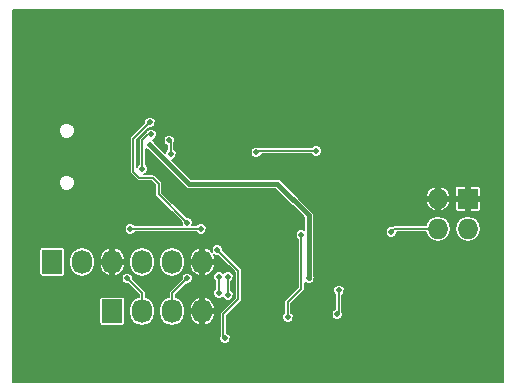
<source format=gbl>
G04 #@! TF.FileFunction,Copper,L2,Bot,Signal*
%FSLAX46Y46*%
G04 Gerber Fmt 4.6, Leading zero omitted, Abs format (unit mm)*
G04 Created by KiCad (PCBNEW (after 2015-mar-04 BZR unknown)-product) date Sat 21 Nov 2015 03:19:33 PM EST*
%MOMM*%
G01*
G04 APERTURE LIST*
%ADD10C,0.150000*%
%ADD11R,1.727200X2.032000*%
%ADD12O,1.727200X2.032000*%
%ADD13R,1.727200X1.727200*%
%ADD14O,1.727200X1.727200*%
%ADD15C,0.508000*%
%ADD16C,0.300000*%
%ADD17C,0.400000*%
%ADD18C,0.152400*%
G04 APERTURE END LIST*
D10*
D11*
X148590000Y-99568000D03*
D12*
X151130000Y-99568000D03*
X153670000Y-99568000D03*
X156210000Y-99568000D03*
X158750000Y-99568000D03*
X161290000Y-99568000D03*
D11*
X153670000Y-103759000D03*
D12*
X156210000Y-103759000D03*
X158750000Y-103759000D03*
X161290000Y-103759000D03*
D13*
X183769000Y-94234000D03*
D14*
X183769000Y-96774000D03*
X181229000Y-94234000D03*
X181229000Y-96774000D03*
D15*
X154432000Y-92329000D03*
X154432000Y-92964000D03*
X154432000Y-91694000D03*
X156591000Y-82550000D03*
X151638000Y-83693000D03*
X157988000Y-80010000D03*
X163576000Y-82677000D03*
X162560000Y-86995000D03*
X156845000Y-93218000D03*
X158496000Y-93218000D03*
X167894000Y-89662000D03*
X173609000Y-90678000D03*
X175006000Y-96647000D03*
X174244000Y-98806000D03*
X166116000Y-97917000D03*
X167005000Y-92329000D03*
X170180000Y-106553000D03*
X168529000Y-105537000D03*
X165474500Y-104790000D03*
X166249500Y-106030000D03*
X178943000Y-102134000D03*
X178943000Y-102844000D03*
X175133000Y-104902000D03*
X178943000Y-104394000D03*
X171069000Y-85725000D03*
X159512000Y-85852000D03*
X158750000Y-92583000D03*
X156845000Y-89662000D03*
X170307000Y-100965000D03*
X155194000Y-96774000D03*
X161163000Y-96774000D03*
X165862000Y-90297000D03*
X170942000Y-90170000D03*
X177292000Y-97028000D03*
X172720000Y-104013000D03*
X172847000Y-101981000D03*
X154940000Y-100965000D03*
X156210000Y-91694000D03*
X156972000Y-88773000D03*
X160020000Y-100965000D03*
X160020000Y-96266000D03*
X156845000Y-87757000D03*
X158496000Y-89281000D03*
X158623000Y-90424000D03*
X169672000Y-97282000D03*
X168529000Y-104267000D03*
X163195000Y-106045000D03*
X162560000Y-98552000D03*
X162687000Y-102235000D03*
X162687000Y-100838000D03*
X163449000Y-100838000D03*
X163449000Y-102362000D03*
D16*
X165481000Y-104783500D02*
X165474500Y-104790000D01*
X165481000Y-104775000D02*
X165481000Y-104783500D01*
X166243000Y-106036500D02*
X166249500Y-106030000D01*
X166243000Y-106045000D02*
X166243000Y-106036500D01*
X178943000Y-102134000D02*
X178943000Y-102108000D01*
X178943000Y-102844000D02*
X178943000Y-102870000D01*
D17*
X156845000Y-89662000D02*
X160147000Y-92964000D01*
X160147000Y-92964000D02*
X167640000Y-92964000D01*
X167640000Y-92964000D02*
X170307000Y-95631000D01*
X170307000Y-95631000D02*
X170307000Y-100965000D01*
D18*
X155194000Y-96774000D02*
X161163000Y-96774000D01*
X165862000Y-90297000D02*
X165989000Y-90170000D01*
X165989000Y-90170000D02*
X170942000Y-90170000D01*
X177292000Y-97028000D02*
X177546000Y-96774000D01*
X177546000Y-96774000D02*
X181229000Y-96774000D01*
X172720000Y-104013000D02*
X172847000Y-103886000D01*
X172847000Y-103886000D02*
X172847000Y-101981000D01*
X156210000Y-102235000D02*
X154940000Y-100965000D01*
X156210000Y-91694000D02*
X156210000Y-90043000D01*
X156210000Y-90043000D02*
X156210000Y-89662000D01*
X156210000Y-89662000D02*
X156210000Y-89281000D01*
X156210000Y-89281000D02*
X156718000Y-88773000D01*
X156718000Y-88773000D02*
X156972000Y-88773000D01*
X156210000Y-103759000D02*
X156210000Y-102235000D01*
X158750000Y-102235000D02*
X160020000Y-100965000D01*
X160020000Y-96266000D02*
X157607000Y-93853000D01*
X157607000Y-93853000D02*
X157607000Y-92964000D01*
X157607000Y-92964000D02*
X157099000Y-92456000D01*
X157099000Y-92456000D02*
X155956000Y-92456000D01*
X155956000Y-92456000D02*
X155448000Y-91948000D01*
X155448000Y-91948000D02*
X155448000Y-89154000D01*
X155448000Y-89154000D02*
X156845000Y-87757000D01*
X158496000Y-89281000D02*
X158623000Y-89408000D01*
X158623000Y-89408000D02*
X158623000Y-90424000D01*
X158750000Y-103759000D02*
X158750000Y-102235000D01*
X169672000Y-97282000D02*
X169672000Y-101854000D01*
X169672000Y-101854000D02*
X168529000Y-102997000D01*
X168529000Y-102997000D02*
X168529000Y-104267000D01*
X163195000Y-106045000D02*
X163068000Y-105918000D01*
X163068000Y-105918000D02*
X163068000Y-104013000D01*
X163068000Y-104013000D02*
X164338000Y-102743000D01*
X164338000Y-102743000D02*
X164338000Y-100330000D01*
X164338000Y-100330000D02*
X162560000Y-98552000D01*
X162687000Y-102235000D02*
X162687000Y-100838000D01*
X163449000Y-100838000D02*
X163449000Y-102362000D01*
G36*
X186721400Y-109721400D02*
X184861200Y-109721400D01*
X184861200Y-96795397D01*
X184861200Y-96752603D01*
X184861200Y-95143071D01*
X184861200Y-94468950D01*
X184861200Y-93999050D01*
X184861200Y-93324929D01*
X184826398Y-93240909D01*
X184762092Y-93176603D01*
X184678072Y-93141800D01*
X184587129Y-93141800D01*
X184003950Y-93141800D01*
X183946800Y-93198950D01*
X183946800Y-94056200D01*
X184804050Y-94056200D01*
X184861200Y-93999050D01*
X184861200Y-94468950D01*
X184804050Y-94411800D01*
X183946800Y-94411800D01*
X183946800Y-95269050D01*
X184003950Y-95326200D01*
X184587129Y-95326200D01*
X184678072Y-95326200D01*
X184762092Y-95291397D01*
X184826398Y-95227091D01*
X184861200Y-95143071D01*
X184861200Y-96752603D01*
X184778061Y-96334636D01*
X184541302Y-95980301D01*
X184186967Y-95743542D01*
X183769000Y-95660403D01*
X183591200Y-95695769D01*
X183591200Y-95269050D01*
X183591200Y-94411800D01*
X183591200Y-94056200D01*
X183591200Y-93198950D01*
X183534050Y-93141800D01*
X182950871Y-93141800D01*
X182859928Y-93141800D01*
X182775908Y-93176603D01*
X182711602Y-93240909D01*
X182676800Y-93324929D01*
X182676800Y-93999050D01*
X182733950Y-94056200D01*
X183591200Y-94056200D01*
X183591200Y-94411800D01*
X182733950Y-94411800D01*
X182676800Y-94468950D01*
X182676800Y-95143071D01*
X182711602Y-95227091D01*
X182775908Y-95291397D01*
X182859928Y-95326200D01*
X182950871Y-95326200D01*
X183534050Y-95326200D01*
X183591200Y-95269050D01*
X183591200Y-95695769D01*
X183351033Y-95743542D01*
X182996698Y-95980301D01*
X182759939Y-96334636D01*
X182676800Y-96752603D01*
X182676800Y-96795397D01*
X182759939Y-97213364D01*
X182996698Y-97567699D01*
X183351033Y-97804458D01*
X183769000Y-97887597D01*
X184186967Y-97804458D01*
X184541302Y-97567699D01*
X184778061Y-97213364D01*
X184861200Y-96795397D01*
X184861200Y-109721400D01*
X182321200Y-109721400D01*
X182321200Y-96795397D01*
X182321200Y-96752603D01*
X182265567Y-96472917D01*
X182265567Y-94578192D01*
X182265567Y-93889808D01*
X182054946Y-93519331D01*
X181718583Y-93257656D01*
X181573190Y-93197450D01*
X181406800Y-93214336D01*
X181406800Y-94056200D01*
X182249499Y-94056200D01*
X182265567Y-93889808D01*
X182265567Y-94578192D01*
X182249499Y-94411800D01*
X181406800Y-94411800D01*
X181406800Y-95253664D01*
X181573190Y-95270550D01*
X181718583Y-95210344D01*
X182054946Y-94948669D01*
X182265567Y-94578192D01*
X182265567Y-96472917D01*
X182238061Y-96334636D01*
X182001302Y-95980301D01*
X181646967Y-95743542D01*
X181229000Y-95660403D01*
X181051200Y-95695769D01*
X181051200Y-95253664D01*
X181051200Y-94411800D01*
X181051200Y-94056200D01*
X181051200Y-93214336D01*
X180884810Y-93197450D01*
X180739417Y-93257656D01*
X180403054Y-93519331D01*
X180192433Y-93889808D01*
X180208501Y-94056200D01*
X181051200Y-94056200D01*
X181051200Y-94411800D01*
X180208501Y-94411800D01*
X180192433Y-94578192D01*
X180403054Y-94948669D01*
X180739417Y-95210344D01*
X180884810Y-95270550D01*
X181051200Y-95253664D01*
X181051200Y-95695769D01*
X180811033Y-95743542D01*
X180456698Y-95980301D01*
X180219939Y-96334636D01*
X180193172Y-96469200D01*
X177546000Y-96469200D01*
X177429358Y-96492402D01*
X177349965Y-96545450D01*
X177196426Y-96545316D01*
X177018986Y-96618633D01*
X176883110Y-96754272D01*
X176809484Y-96931584D01*
X176809316Y-97123574D01*
X176882633Y-97301014D01*
X177018272Y-97436890D01*
X177195584Y-97510516D01*
X177387574Y-97510684D01*
X177565014Y-97437367D01*
X177700890Y-97301728D01*
X177774516Y-97124416D01*
X177774555Y-97078800D01*
X180193172Y-97078800D01*
X180219939Y-97213364D01*
X180456698Y-97567699D01*
X180811033Y-97804458D01*
X181229000Y-97887597D01*
X181646967Y-97804458D01*
X182001302Y-97567699D01*
X182238061Y-97213364D01*
X182321200Y-96795397D01*
X182321200Y-109721400D01*
X173329684Y-109721400D01*
X173329684Y-101885426D01*
X173256367Y-101707986D01*
X173120728Y-101572110D01*
X172943416Y-101498484D01*
X172751426Y-101498316D01*
X172573986Y-101571633D01*
X172438110Y-101707272D01*
X172364484Y-101884584D01*
X172364316Y-102076574D01*
X172437633Y-102254014D01*
X172542200Y-102358763D01*
X172542200Y-103564291D01*
X172446986Y-103603633D01*
X172311110Y-103739272D01*
X172237484Y-103916584D01*
X172237316Y-104108574D01*
X172310633Y-104286014D01*
X172446272Y-104421890D01*
X172623584Y-104495516D01*
X172815574Y-104495684D01*
X172993014Y-104422367D01*
X173128890Y-104286728D01*
X173202516Y-104109416D01*
X173202684Y-103917426D01*
X173151800Y-103794277D01*
X173151800Y-102358636D01*
X173255890Y-102254728D01*
X173329516Y-102077416D01*
X173329684Y-101885426D01*
X173329684Y-109721400D01*
X171424684Y-109721400D01*
X171424684Y-90074426D01*
X171351367Y-89896986D01*
X171215728Y-89761110D01*
X171038416Y-89687484D01*
X170846426Y-89687316D01*
X170668986Y-89760633D01*
X170564236Y-89865200D01*
X166080554Y-89865200D01*
X165958416Y-89814484D01*
X165766426Y-89814316D01*
X165588986Y-89887633D01*
X165453110Y-90023272D01*
X165379484Y-90200584D01*
X165379316Y-90392574D01*
X165452633Y-90570014D01*
X165588272Y-90705890D01*
X165765584Y-90779516D01*
X165957574Y-90779684D01*
X166135014Y-90706367D01*
X166270890Y-90570728D01*
X166310722Y-90474800D01*
X170564363Y-90474800D01*
X170668272Y-90578890D01*
X170845584Y-90652516D01*
X171037574Y-90652684D01*
X171215014Y-90579367D01*
X171350890Y-90443728D01*
X171424516Y-90266416D01*
X171424684Y-90074426D01*
X171424684Y-109721400D01*
X170789684Y-109721400D01*
X170789684Y-100869426D01*
X170735600Y-100738533D01*
X170735600Y-95631000D01*
X170702975Y-95466982D01*
X170610066Y-95327934D01*
X167943066Y-92660934D01*
X167804018Y-92568025D01*
X167640000Y-92535400D01*
X160324532Y-92535400D01*
X158695796Y-90906664D01*
X158718574Y-90906684D01*
X158896014Y-90833367D01*
X159031890Y-90697728D01*
X159105516Y-90520416D01*
X159105684Y-90328426D01*
X159032367Y-90150986D01*
X158927800Y-90046236D01*
X158927800Y-89499554D01*
X158978516Y-89377416D01*
X158978684Y-89185426D01*
X158905367Y-89007986D01*
X158769728Y-88872110D01*
X158592416Y-88798484D01*
X158400426Y-88798316D01*
X158222986Y-88871633D01*
X158087110Y-89007272D01*
X158013484Y-89184584D01*
X158013316Y-89376574D01*
X158086633Y-89554014D01*
X158222272Y-89689890D01*
X158318200Y-89729722D01*
X158318200Y-90046363D01*
X158214110Y-90150272D01*
X158140484Y-90327584D01*
X158140463Y-90351331D01*
X157308056Y-89518924D01*
X157254367Y-89388986D01*
X157118728Y-89253110D01*
X157096321Y-89243805D01*
X157245014Y-89182367D01*
X157380890Y-89046728D01*
X157454516Y-88869416D01*
X157454684Y-88677426D01*
X157381367Y-88499986D01*
X157245728Y-88364110D01*
X157068416Y-88290484D01*
X156876426Y-88290316D01*
X156698986Y-88363633D01*
X156563110Y-88499272D01*
X156552945Y-88523749D01*
X156502474Y-88557474D01*
X155994474Y-89065474D01*
X155928402Y-89164358D01*
X155905200Y-89281000D01*
X155905200Y-89662000D01*
X155905200Y-90043000D01*
X155905200Y-91316363D01*
X155801110Y-91420272D01*
X155752800Y-91536615D01*
X155752800Y-89280252D01*
X156793496Y-88239555D01*
X156940574Y-88239684D01*
X157118014Y-88166367D01*
X157253890Y-88030728D01*
X157327516Y-87853416D01*
X157327684Y-87661426D01*
X157254367Y-87483986D01*
X157118728Y-87348110D01*
X156941416Y-87274484D01*
X156749426Y-87274316D01*
X156571986Y-87347633D01*
X156436110Y-87483272D01*
X156362484Y-87660584D01*
X156362354Y-87808593D01*
X155232474Y-88938474D01*
X155166402Y-89037358D01*
X155143200Y-89154000D01*
X155143200Y-91948000D01*
X155166402Y-92064642D01*
X155232474Y-92163526D01*
X155740474Y-92671526D01*
X155839358Y-92737598D01*
X155956000Y-92760800D01*
X156972748Y-92760800D01*
X157302200Y-93090252D01*
X157302200Y-93853000D01*
X157325402Y-93969642D01*
X157391474Y-94068526D01*
X159537444Y-96214496D01*
X159537316Y-96361574D01*
X159581786Y-96469200D01*
X155571636Y-96469200D01*
X155467728Y-96365110D01*
X155290416Y-96291484D01*
X155098426Y-96291316D01*
X154920986Y-96364633D01*
X154785110Y-96500272D01*
X154711484Y-96677584D01*
X154711316Y-96869574D01*
X154784633Y-97047014D01*
X154920272Y-97182890D01*
X155097584Y-97256516D01*
X155289574Y-97256684D01*
X155467014Y-97183367D01*
X155571763Y-97078800D01*
X160785363Y-97078800D01*
X160889272Y-97182890D01*
X161066584Y-97256516D01*
X161258574Y-97256684D01*
X161436014Y-97183367D01*
X161571890Y-97047728D01*
X161645516Y-96870416D01*
X161645684Y-96678426D01*
X161572367Y-96500986D01*
X161436728Y-96365110D01*
X161259416Y-96291484D01*
X161067426Y-96291316D01*
X160889986Y-96364633D01*
X160785236Y-96469200D01*
X160458175Y-96469200D01*
X160502516Y-96362416D01*
X160502684Y-96170426D01*
X160429367Y-95992986D01*
X160293728Y-95857110D01*
X160116416Y-95783484D01*
X159968406Y-95783354D01*
X157911800Y-93726748D01*
X157911800Y-92964000D01*
X157888598Y-92847358D01*
X157822526Y-92748474D01*
X157314526Y-92240474D01*
X157215642Y-92174402D01*
X157099000Y-92151200D01*
X156367249Y-92151200D01*
X156483014Y-92103367D01*
X156618890Y-91967728D01*
X156692516Y-91790416D01*
X156692684Y-91598426D01*
X156619367Y-91420986D01*
X156514800Y-91316236D01*
X156514800Y-90043000D01*
X156514800Y-90014319D01*
X156571272Y-90070890D01*
X156702069Y-90125201D01*
X159843934Y-93267066D01*
X159982982Y-93359975D01*
X160147000Y-93392600D01*
X167462467Y-93392600D01*
X169878400Y-95808532D01*
X169878400Y-96845153D01*
X169768416Y-96799484D01*
X169576426Y-96799316D01*
X169398986Y-96872633D01*
X169263110Y-97008272D01*
X169189484Y-97185584D01*
X169189316Y-97377574D01*
X169262633Y-97555014D01*
X169367200Y-97659763D01*
X169367200Y-101727748D01*
X168313474Y-102781474D01*
X168247402Y-102880358D01*
X168224200Y-102997000D01*
X168224200Y-103889363D01*
X168120110Y-103993272D01*
X168046484Y-104170584D01*
X168046316Y-104362574D01*
X168119633Y-104540014D01*
X168255272Y-104675890D01*
X168432584Y-104749516D01*
X168624574Y-104749684D01*
X168802014Y-104676367D01*
X168937890Y-104540728D01*
X169011516Y-104363416D01*
X169011684Y-104171426D01*
X168938367Y-103993986D01*
X168833800Y-103889236D01*
X168833800Y-103123252D01*
X169887526Y-102069526D01*
X169953598Y-101970642D01*
X169976800Y-101854000D01*
X169976800Y-101317319D01*
X170033272Y-101373890D01*
X170210584Y-101447516D01*
X170402574Y-101447684D01*
X170580014Y-101374367D01*
X170715890Y-101238728D01*
X170789516Y-101061416D01*
X170789684Y-100869426D01*
X170789684Y-109721400D01*
X164642800Y-109721400D01*
X164642800Y-102743000D01*
X164642800Y-100330000D01*
X164619598Y-100213359D01*
X164619598Y-100213358D01*
X164553526Y-100114474D01*
X163042555Y-98603503D01*
X163042684Y-98456426D01*
X162969367Y-98278986D01*
X162833728Y-98143110D01*
X162656416Y-98069484D01*
X162464426Y-98069316D01*
X162286986Y-98142633D01*
X162151110Y-98278272D01*
X162077484Y-98455584D01*
X162077316Y-98647574D01*
X162108797Y-98723765D01*
X161910214Y-98518734D01*
X161634190Y-98379050D01*
X161467800Y-98395936D01*
X161467800Y-99390200D01*
X162322983Y-99390200D01*
X162362738Y-99219978D01*
X162243145Y-98917688D01*
X162286272Y-98960890D01*
X162463584Y-99034516D01*
X162611593Y-99034645D01*
X164033200Y-100456252D01*
X164033200Y-102616748D01*
X163931684Y-102718264D01*
X163931684Y-102266426D01*
X163858367Y-102088986D01*
X163753800Y-101984236D01*
X163753800Y-101215636D01*
X163857890Y-101111728D01*
X163931516Y-100934416D01*
X163931684Y-100742426D01*
X163858367Y-100564986D01*
X163722728Y-100429110D01*
X163545416Y-100355484D01*
X163353426Y-100355316D01*
X163175986Y-100428633D01*
X163067930Y-100536499D01*
X162960728Y-100429110D01*
X162783416Y-100355484D01*
X162591426Y-100355316D01*
X162413986Y-100428633D01*
X162362738Y-100479791D01*
X162362738Y-99916022D01*
X162322983Y-99745800D01*
X161467800Y-99745800D01*
X161467800Y-100740064D01*
X161634190Y-100756950D01*
X161910214Y-100617266D01*
X162206219Y-100311650D01*
X162362738Y-99916022D01*
X162362738Y-100479791D01*
X162278110Y-100564272D01*
X162204484Y-100741584D01*
X162204316Y-100933574D01*
X162277633Y-101111014D01*
X162382200Y-101215763D01*
X162382200Y-101857363D01*
X162278110Y-101961272D01*
X162204484Y-102138584D01*
X162204316Y-102330574D01*
X162277633Y-102508014D01*
X162413272Y-102643890D01*
X162590584Y-102717516D01*
X162782574Y-102717684D01*
X162960014Y-102644367D01*
X163019118Y-102585365D01*
X163039633Y-102635014D01*
X163175272Y-102770890D01*
X163352584Y-102844516D01*
X163544574Y-102844684D01*
X163722014Y-102771367D01*
X163857890Y-102635728D01*
X163931516Y-102458416D01*
X163931684Y-102266426D01*
X163931684Y-102718264D01*
X162852474Y-103797474D01*
X162786402Y-103896358D01*
X162763200Y-104013000D01*
X162763200Y-105826445D01*
X162712484Y-105948584D01*
X162712316Y-106140574D01*
X162785633Y-106318014D01*
X162921272Y-106453890D01*
X163098584Y-106527516D01*
X163290574Y-106527684D01*
X163468014Y-106454367D01*
X163603890Y-106318728D01*
X163677516Y-106141416D01*
X163677684Y-105949426D01*
X163604367Y-105771986D01*
X163468728Y-105636110D01*
X163372800Y-105596277D01*
X163372800Y-104139252D01*
X164553526Y-102958526D01*
X164619598Y-102859642D01*
X164642800Y-102743000D01*
X164642800Y-109721400D01*
X162362738Y-109721400D01*
X162362738Y-104107022D01*
X162362738Y-103410978D01*
X162206219Y-103015350D01*
X161910214Y-102709734D01*
X161634190Y-102570050D01*
X161467800Y-102586936D01*
X161467800Y-103581200D01*
X162322983Y-103581200D01*
X162362738Y-103410978D01*
X162362738Y-104107022D01*
X162322983Y-103936800D01*
X161467800Y-103936800D01*
X161467800Y-104931064D01*
X161634190Y-104947950D01*
X161910214Y-104808266D01*
X162206219Y-104502650D01*
X162362738Y-104107022D01*
X162362738Y-109721400D01*
X161112200Y-109721400D01*
X161112200Y-104931064D01*
X161112200Y-103936800D01*
X161112200Y-103581200D01*
X161112200Y-102586936D01*
X161112200Y-100740064D01*
X161112200Y-99745800D01*
X161112200Y-99390200D01*
X161112200Y-98395936D01*
X160945810Y-98379050D01*
X160669786Y-98518734D01*
X160373781Y-98824350D01*
X160217262Y-99219978D01*
X160257017Y-99390200D01*
X161112200Y-99390200D01*
X161112200Y-99745800D01*
X160257017Y-99745800D01*
X160217262Y-99916022D01*
X160373781Y-100311650D01*
X160669786Y-100617266D01*
X160945810Y-100756950D01*
X161112200Y-100740064D01*
X161112200Y-102586936D01*
X160945810Y-102570050D01*
X160669786Y-102709734D01*
X160502684Y-102882261D01*
X160502684Y-100869426D01*
X160429367Y-100691986D01*
X160293728Y-100556110D01*
X160116416Y-100482484D01*
X159924426Y-100482316D01*
X159842200Y-100516291D01*
X159842200Y-99744783D01*
X159842200Y-99391217D01*
X159759061Y-98973250D01*
X159522302Y-98618915D01*
X159167967Y-98382156D01*
X158750000Y-98299017D01*
X158332033Y-98382156D01*
X157977698Y-98618915D01*
X157740939Y-98973250D01*
X157657800Y-99391217D01*
X157657800Y-99744783D01*
X157740939Y-100162750D01*
X157977698Y-100517085D01*
X158332033Y-100753844D01*
X158750000Y-100836983D01*
X159167967Y-100753844D01*
X159522302Y-100517085D01*
X159759061Y-100162750D01*
X159842200Y-99744783D01*
X159842200Y-100516291D01*
X159746986Y-100555633D01*
X159611110Y-100691272D01*
X159537484Y-100868584D01*
X159537354Y-101016593D01*
X158534474Y-102019474D01*
X158468402Y-102118358D01*
X158445200Y-102235000D01*
X158445200Y-102550645D01*
X158332033Y-102573156D01*
X157977698Y-102809915D01*
X157740939Y-103164250D01*
X157657800Y-103582217D01*
X157657800Y-103935783D01*
X157740939Y-104353750D01*
X157977698Y-104708085D01*
X158332033Y-104944844D01*
X158750000Y-105027983D01*
X159167967Y-104944844D01*
X159522302Y-104708085D01*
X159759061Y-104353750D01*
X159842200Y-103935783D01*
X159842200Y-103582217D01*
X159759061Y-103164250D01*
X159522302Y-102809915D01*
X159167967Y-102573156D01*
X159054800Y-102550645D01*
X159054800Y-102361252D01*
X159968496Y-101447555D01*
X160115574Y-101447684D01*
X160293014Y-101374367D01*
X160428890Y-101238728D01*
X160502516Y-101061416D01*
X160502684Y-100869426D01*
X160502684Y-102882261D01*
X160373781Y-103015350D01*
X160217262Y-103410978D01*
X160257017Y-103581200D01*
X161112200Y-103581200D01*
X161112200Y-103936800D01*
X160257017Y-103936800D01*
X160217262Y-104107022D01*
X160373781Y-104502650D01*
X160669786Y-104808266D01*
X160945810Y-104947950D01*
X161112200Y-104931064D01*
X161112200Y-109721400D01*
X157302200Y-109721400D01*
X157302200Y-103935783D01*
X157302200Y-103582217D01*
X157302200Y-99744783D01*
X157302200Y-99391217D01*
X157219061Y-98973250D01*
X156982302Y-98618915D01*
X156627967Y-98382156D01*
X156210000Y-98299017D01*
X155792033Y-98382156D01*
X155437698Y-98618915D01*
X155200939Y-98973250D01*
X155117800Y-99391217D01*
X155117800Y-99744783D01*
X155200939Y-100162750D01*
X155437698Y-100517085D01*
X155792033Y-100753844D01*
X156210000Y-100836983D01*
X156627967Y-100753844D01*
X156982302Y-100517085D01*
X157219061Y-100162750D01*
X157302200Y-99744783D01*
X157302200Y-103582217D01*
X157219061Y-103164250D01*
X156982302Y-102809915D01*
X156627967Y-102573156D01*
X156514800Y-102550645D01*
X156514800Y-102235000D01*
X156491598Y-102118358D01*
X156425526Y-102019474D01*
X155422555Y-101016503D01*
X155422684Y-100869426D01*
X155349367Y-100691986D01*
X155213728Y-100556110D01*
X155036416Y-100482484D01*
X154844426Y-100482316D01*
X154742738Y-100524332D01*
X154742738Y-99916022D01*
X154742738Y-99219978D01*
X154586219Y-98824350D01*
X154290214Y-98518734D01*
X154014190Y-98379050D01*
X153847800Y-98395936D01*
X153847800Y-99390200D01*
X154702983Y-99390200D01*
X154742738Y-99219978D01*
X154742738Y-99916022D01*
X154702983Y-99745800D01*
X153847800Y-99745800D01*
X153847800Y-100740064D01*
X154014190Y-100756950D01*
X154290214Y-100617266D01*
X154586219Y-100311650D01*
X154742738Y-99916022D01*
X154742738Y-100524332D01*
X154666986Y-100555633D01*
X154531110Y-100691272D01*
X154457484Y-100868584D01*
X154457316Y-101060574D01*
X154530633Y-101238014D01*
X154666272Y-101373890D01*
X154843584Y-101447516D01*
X154991593Y-101447645D01*
X155905200Y-102361252D01*
X155905200Y-102550645D01*
X155792033Y-102573156D01*
X155437698Y-102809915D01*
X155200939Y-103164250D01*
X155117800Y-103582217D01*
X155117800Y-103935783D01*
X155200939Y-104353750D01*
X155437698Y-104708085D01*
X155792033Y-104944844D01*
X156210000Y-105027983D01*
X156627967Y-104944844D01*
X156982302Y-104708085D01*
X157219061Y-104353750D01*
X157302200Y-103935783D01*
X157302200Y-109721400D01*
X154766679Y-109721400D01*
X154766679Y-104775000D01*
X154766679Y-102743000D01*
X154749767Y-102655836D01*
X154699442Y-102579226D01*
X154623471Y-102527944D01*
X154533600Y-102509921D01*
X153492200Y-102509921D01*
X153492200Y-100740064D01*
X153492200Y-99745800D01*
X153492200Y-99390200D01*
X153492200Y-98395936D01*
X153325810Y-98379050D01*
X153049786Y-98518734D01*
X152753781Y-98824350D01*
X152597262Y-99219978D01*
X152637017Y-99390200D01*
X153492200Y-99390200D01*
X153492200Y-99745800D01*
X152637017Y-99745800D01*
X152597262Y-99916022D01*
X152753781Y-100311650D01*
X153049786Y-100617266D01*
X153325810Y-100756950D01*
X153492200Y-100740064D01*
X153492200Y-102509921D01*
X152806400Y-102509921D01*
X152719236Y-102526833D01*
X152642626Y-102577158D01*
X152591344Y-102653129D01*
X152573321Y-102743000D01*
X152573321Y-104775000D01*
X152590233Y-104862164D01*
X152640558Y-104938774D01*
X152716529Y-104990056D01*
X152806400Y-105008079D01*
X154533600Y-105008079D01*
X154620764Y-104991167D01*
X154697374Y-104940842D01*
X154748656Y-104864871D01*
X154766679Y-104775000D01*
X154766679Y-109721400D01*
X152222200Y-109721400D01*
X152222200Y-99744783D01*
X152222200Y-99391217D01*
X152139061Y-98973250D01*
X151902302Y-98618915D01*
X151547967Y-98382156D01*
X151130000Y-98299017D01*
X150712033Y-98382156D01*
X150500197Y-98523700D01*
X150500197Y-92743334D01*
X150500197Y-88344054D01*
X150397168Y-88094704D01*
X150206560Y-87903762D01*
X149957390Y-87800298D01*
X149687594Y-87800063D01*
X149438244Y-87903092D01*
X149247302Y-88093700D01*
X149143838Y-88342870D01*
X149143603Y-88612666D01*
X149246632Y-88862016D01*
X149437240Y-89052958D01*
X149686410Y-89156422D01*
X149956206Y-89156657D01*
X150205556Y-89053628D01*
X150396498Y-88863020D01*
X150499962Y-88613850D01*
X150500197Y-88344054D01*
X150500197Y-92743334D01*
X150397168Y-92493984D01*
X150206560Y-92303042D01*
X149957390Y-92199578D01*
X149687594Y-92199343D01*
X149438244Y-92302372D01*
X149247302Y-92492980D01*
X149143838Y-92742150D01*
X149143603Y-93011946D01*
X149246632Y-93261296D01*
X149437240Y-93452238D01*
X149686410Y-93555702D01*
X149956206Y-93555937D01*
X150205556Y-93452908D01*
X150396498Y-93262300D01*
X150499962Y-93013130D01*
X150500197Y-92743334D01*
X150500197Y-98523700D01*
X150357698Y-98618915D01*
X150120939Y-98973250D01*
X150037800Y-99391217D01*
X150037800Y-99744783D01*
X150120939Y-100162750D01*
X150357698Y-100517085D01*
X150712033Y-100753844D01*
X151130000Y-100836983D01*
X151547967Y-100753844D01*
X151902302Y-100517085D01*
X152139061Y-100162750D01*
X152222200Y-99744783D01*
X152222200Y-109721400D01*
X149686679Y-109721400D01*
X149686679Y-100584000D01*
X149686679Y-98552000D01*
X149669767Y-98464836D01*
X149619442Y-98388226D01*
X149543471Y-98336944D01*
X149453600Y-98318921D01*
X147726400Y-98318921D01*
X147639236Y-98335833D01*
X147562626Y-98386158D01*
X147511344Y-98462129D01*
X147493321Y-98552000D01*
X147493321Y-100584000D01*
X147510233Y-100671164D01*
X147560558Y-100747774D01*
X147636529Y-100799056D01*
X147726400Y-100817079D01*
X149453600Y-100817079D01*
X149540764Y-100800167D01*
X149617374Y-100749842D01*
X149668656Y-100673871D01*
X149686679Y-100584000D01*
X149686679Y-109721400D01*
X145278600Y-109721400D01*
X145278600Y-78278600D01*
X186721400Y-78278600D01*
X186721400Y-109721400D01*
X186721400Y-109721400D01*
G37*
X186721400Y-109721400D02*
X184861200Y-109721400D01*
X184861200Y-96795397D01*
X184861200Y-96752603D01*
X184861200Y-95143071D01*
X184861200Y-94468950D01*
X184861200Y-93999050D01*
X184861200Y-93324929D01*
X184826398Y-93240909D01*
X184762092Y-93176603D01*
X184678072Y-93141800D01*
X184587129Y-93141800D01*
X184003950Y-93141800D01*
X183946800Y-93198950D01*
X183946800Y-94056200D01*
X184804050Y-94056200D01*
X184861200Y-93999050D01*
X184861200Y-94468950D01*
X184804050Y-94411800D01*
X183946800Y-94411800D01*
X183946800Y-95269050D01*
X184003950Y-95326200D01*
X184587129Y-95326200D01*
X184678072Y-95326200D01*
X184762092Y-95291397D01*
X184826398Y-95227091D01*
X184861200Y-95143071D01*
X184861200Y-96752603D01*
X184778061Y-96334636D01*
X184541302Y-95980301D01*
X184186967Y-95743542D01*
X183769000Y-95660403D01*
X183591200Y-95695769D01*
X183591200Y-95269050D01*
X183591200Y-94411800D01*
X183591200Y-94056200D01*
X183591200Y-93198950D01*
X183534050Y-93141800D01*
X182950871Y-93141800D01*
X182859928Y-93141800D01*
X182775908Y-93176603D01*
X182711602Y-93240909D01*
X182676800Y-93324929D01*
X182676800Y-93999050D01*
X182733950Y-94056200D01*
X183591200Y-94056200D01*
X183591200Y-94411800D01*
X182733950Y-94411800D01*
X182676800Y-94468950D01*
X182676800Y-95143071D01*
X182711602Y-95227091D01*
X182775908Y-95291397D01*
X182859928Y-95326200D01*
X182950871Y-95326200D01*
X183534050Y-95326200D01*
X183591200Y-95269050D01*
X183591200Y-95695769D01*
X183351033Y-95743542D01*
X182996698Y-95980301D01*
X182759939Y-96334636D01*
X182676800Y-96752603D01*
X182676800Y-96795397D01*
X182759939Y-97213364D01*
X182996698Y-97567699D01*
X183351033Y-97804458D01*
X183769000Y-97887597D01*
X184186967Y-97804458D01*
X184541302Y-97567699D01*
X184778061Y-97213364D01*
X184861200Y-96795397D01*
X184861200Y-109721400D01*
X182321200Y-109721400D01*
X182321200Y-96795397D01*
X182321200Y-96752603D01*
X182265567Y-96472917D01*
X182265567Y-94578192D01*
X182265567Y-93889808D01*
X182054946Y-93519331D01*
X181718583Y-93257656D01*
X181573190Y-93197450D01*
X181406800Y-93214336D01*
X181406800Y-94056200D01*
X182249499Y-94056200D01*
X182265567Y-93889808D01*
X182265567Y-94578192D01*
X182249499Y-94411800D01*
X181406800Y-94411800D01*
X181406800Y-95253664D01*
X181573190Y-95270550D01*
X181718583Y-95210344D01*
X182054946Y-94948669D01*
X182265567Y-94578192D01*
X182265567Y-96472917D01*
X182238061Y-96334636D01*
X182001302Y-95980301D01*
X181646967Y-95743542D01*
X181229000Y-95660403D01*
X181051200Y-95695769D01*
X181051200Y-95253664D01*
X181051200Y-94411800D01*
X181051200Y-94056200D01*
X181051200Y-93214336D01*
X180884810Y-93197450D01*
X180739417Y-93257656D01*
X180403054Y-93519331D01*
X180192433Y-93889808D01*
X180208501Y-94056200D01*
X181051200Y-94056200D01*
X181051200Y-94411800D01*
X180208501Y-94411800D01*
X180192433Y-94578192D01*
X180403054Y-94948669D01*
X180739417Y-95210344D01*
X180884810Y-95270550D01*
X181051200Y-95253664D01*
X181051200Y-95695769D01*
X180811033Y-95743542D01*
X180456698Y-95980301D01*
X180219939Y-96334636D01*
X180193172Y-96469200D01*
X177546000Y-96469200D01*
X177429358Y-96492402D01*
X177349965Y-96545450D01*
X177196426Y-96545316D01*
X177018986Y-96618633D01*
X176883110Y-96754272D01*
X176809484Y-96931584D01*
X176809316Y-97123574D01*
X176882633Y-97301014D01*
X177018272Y-97436890D01*
X177195584Y-97510516D01*
X177387574Y-97510684D01*
X177565014Y-97437367D01*
X177700890Y-97301728D01*
X177774516Y-97124416D01*
X177774555Y-97078800D01*
X180193172Y-97078800D01*
X180219939Y-97213364D01*
X180456698Y-97567699D01*
X180811033Y-97804458D01*
X181229000Y-97887597D01*
X181646967Y-97804458D01*
X182001302Y-97567699D01*
X182238061Y-97213364D01*
X182321200Y-96795397D01*
X182321200Y-109721400D01*
X173329684Y-109721400D01*
X173329684Y-101885426D01*
X173256367Y-101707986D01*
X173120728Y-101572110D01*
X172943416Y-101498484D01*
X172751426Y-101498316D01*
X172573986Y-101571633D01*
X172438110Y-101707272D01*
X172364484Y-101884584D01*
X172364316Y-102076574D01*
X172437633Y-102254014D01*
X172542200Y-102358763D01*
X172542200Y-103564291D01*
X172446986Y-103603633D01*
X172311110Y-103739272D01*
X172237484Y-103916584D01*
X172237316Y-104108574D01*
X172310633Y-104286014D01*
X172446272Y-104421890D01*
X172623584Y-104495516D01*
X172815574Y-104495684D01*
X172993014Y-104422367D01*
X173128890Y-104286728D01*
X173202516Y-104109416D01*
X173202684Y-103917426D01*
X173151800Y-103794277D01*
X173151800Y-102358636D01*
X173255890Y-102254728D01*
X173329516Y-102077416D01*
X173329684Y-101885426D01*
X173329684Y-109721400D01*
X171424684Y-109721400D01*
X171424684Y-90074426D01*
X171351367Y-89896986D01*
X171215728Y-89761110D01*
X171038416Y-89687484D01*
X170846426Y-89687316D01*
X170668986Y-89760633D01*
X170564236Y-89865200D01*
X166080554Y-89865200D01*
X165958416Y-89814484D01*
X165766426Y-89814316D01*
X165588986Y-89887633D01*
X165453110Y-90023272D01*
X165379484Y-90200584D01*
X165379316Y-90392574D01*
X165452633Y-90570014D01*
X165588272Y-90705890D01*
X165765584Y-90779516D01*
X165957574Y-90779684D01*
X166135014Y-90706367D01*
X166270890Y-90570728D01*
X166310722Y-90474800D01*
X170564363Y-90474800D01*
X170668272Y-90578890D01*
X170845584Y-90652516D01*
X171037574Y-90652684D01*
X171215014Y-90579367D01*
X171350890Y-90443728D01*
X171424516Y-90266416D01*
X171424684Y-90074426D01*
X171424684Y-109721400D01*
X170789684Y-109721400D01*
X170789684Y-100869426D01*
X170735600Y-100738533D01*
X170735600Y-95631000D01*
X170702975Y-95466982D01*
X170610066Y-95327934D01*
X167943066Y-92660934D01*
X167804018Y-92568025D01*
X167640000Y-92535400D01*
X160324532Y-92535400D01*
X158695796Y-90906664D01*
X158718574Y-90906684D01*
X158896014Y-90833367D01*
X159031890Y-90697728D01*
X159105516Y-90520416D01*
X159105684Y-90328426D01*
X159032367Y-90150986D01*
X158927800Y-90046236D01*
X158927800Y-89499554D01*
X158978516Y-89377416D01*
X158978684Y-89185426D01*
X158905367Y-89007986D01*
X158769728Y-88872110D01*
X158592416Y-88798484D01*
X158400426Y-88798316D01*
X158222986Y-88871633D01*
X158087110Y-89007272D01*
X158013484Y-89184584D01*
X158013316Y-89376574D01*
X158086633Y-89554014D01*
X158222272Y-89689890D01*
X158318200Y-89729722D01*
X158318200Y-90046363D01*
X158214110Y-90150272D01*
X158140484Y-90327584D01*
X158140463Y-90351331D01*
X157308056Y-89518924D01*
X157254367Y-89388986D01*
X157118728Y-89253110D01*
X157096321Y-89243805D01*
X157245014Y-89182367D01*
X157380890Y-89046728D01*
X157454516Y-88869416D01*
X157454684Y-88677426D01*
X157381367Y-88499986D01*
X157245728Y-88364110D01*
X157068416Y-88290484D01*
X156876426Y-88290316D01*
X156698986Y-88363633D01*
X156563110Y-88499272D01*
X156552945Y-88523749D01*
X156502474Y-88557474D01*
X155994474Y-89065474D01*
X155928402Y-89164358D01*
X155905200Y-89281000D01*
X155905200Y-89662000D01*
X155905200Y-90043000D01*
X155905200Y-91316363D01*
X155801110Y-91420272D01*
X155752800Y-91536615D01*
X155752800Y-89280252D01*
X156793496Y-88239555D01*
X156940574Y-88239684D01*
X157118014Y-88166367D01*
X157253890Y-88030728D01*
X157327516Y-87853416D01*
X157327684Y-87661426D01*
X157254367Y-87483986D01*
X157118728Y-87348110D01*
X156941416Y-87274484D01*
X156749426Y-87274316D01*
X156571986Y-87347633D01*
X156436110Y-87483272D01*
X156362484Y-87660584D01*
X156362354Y-87808593D01*
X155232474Y-88938474D01*
X155166402Y-89037358D01*
X155143200Y-89154000D01*
X155143200Y-91948000D01*
X155166402Y-92064642D01*
X155232474Y-92163526D01*
X155740474Y-92671526D01*
X155839358Y-92737598D01*
X155956000Y-92760800D01*
X156972748Y-92760800D01*
X157302200Y-93090252D01*
X157302200Y-93853000D01*
X157325402Y-93969642D01*
X157391474Y-94068526D01*
X159537444Y-96214496D01*
X159537316Y-96361574D01*
X159581786Y-96469200D01*
X155571636Y-96469200D01*
X155467728Y-96365110D01*
X155290416Y-96291484D01*
X155098426Y-96291316D01*
X154920986Y-96364633D01*
X154785110Y-96500272D01*
X154711484Y-96677584D01*
X154711316Y-96869574D01*
X154784633Y-97047014D01*
X154920272Y-97182890D01*
X155097584Y-97256516D01*
X155289574Y-97256684D01*
X155467014Y-97183367D01*
X155571763Y-97078800D01*
X160785363Y-97078800D01*
X160889272Y-97182890D01*
X161066584Y-97256516D01*
X161258574Y-97256684D01*
X161436014Y-97183367D01*
X161571890Y-97047728D01*
X161645516Y-96870416D01*
X161645684Y-96678426D01*
X161572367Y-96500986D01*
X161436728Y-96365110D01*
X161259416Y-96291484D01*
X161067426Y-96291316D01*
X160889986Y-96364633D01*
X160785236Y-96469200D01*
X160458175Y-96469200D01*
X160502516Y-96362416D01*
X160502684Y-96170426D01*
X160429367Y-95992986D01*
X160293728Y-95857110D01*
X160116416Y-95783484D01*
X159968406Y-95783354D01*
X157911800Y-93726748D01*
X157911800Y-92964000D01*
X157888598Y-92847358D01*
X157822526Y-92748474D01*
X157314526Y-92240474D01*
X157215642Y-92174402D01*
X157099000Y-92151200D01*
X156367249Y-92151200D01*
X156483014Y-92103367D01*
X156618890Y-91967728D01*
X156692516Y-91790416D01*
X156692684Y-91598426D01*
X156619367Y-91420986D01*
X156514800Y-91316236D01*
X156514800Y-90043000D01*
X156514800Y-90014319D01*
X156571272Y-90070890D01*
X156702069Y-90125201D01*
X159843934Y-93267066D01*
X159982982Y-93359975D01*
X160147000Y-93392600D01*
X167462467Y-93392600D01*
X169878400Y-95808532D01*
X169878400Y-96845153D01*
X169768416Y-96799484D01*
X169576426Y-96799316D01*
X169398986Y-96872633D01*
X169263110Y-97008272D01*
X169189484Y-97185584D01*
X169189316Y-97377574D01*
X169262633Y-97555014D01*
X169367200Y-97659763D01*
X169367200Y-101727748D01*
X168313474Y-102781474D01*
X168247402Y-102880358D01*
X168224200Y-102997000D01*
X168224200Y-103889363D01*
X168120110Y-103993272D01*
X168046484Y-104170584D01*
X168046316Y-104362574D01*
X168119633Y-104540014D01*
X168255272Y-104675890D01*
X168432584Y-104749516D01*
X168624574Y-104749684D01*
X168802014Y-104676367D01*
X168937890Y-104540728D01*
X169011516Y-104363416D01*
X169011684Y-104171426D01*
X168938367Y-103993986D01*
X168833800Y-103889236D01*
X168833800Y-103123252D01*
X169887526Y-102069526D01*
X169953598Y-101970642D01*
X169976800Y-101854000D01*
X169976800Y-101317319D01*
X170033272Y-101373890D01*
X170210584Y-101447516D01*
X170402574Y-101447684D01*
X170580014Y-101374367D01*
X170715890Y-101238728D01*
X170789516Y-101061416D01*
X170789684Y-100869426D01*
X170789684Y-109721400D01*
X164642800Y-109721400D01*
X164642800Y-102743000D01*
X164642800Y-100330000D01*
X164619598Y-100213359D01*
X164619598Y-100213358D01*
X164553526Y-100114474D01*
X163042555Y-98603503D01*
X163042684Y-98456426D01*
X162969367Y-98278986D01*
X162833728Y-98143110D01*
X162656416Y-98069484D01*
X162464426Y-98069316D01*
X162286986Y-98142633D01*
X162151110Y-98278272D01*
X162077484Y-98455584D01*
X162077316Y-98647574D01*
X162108797Y-98723765D01*
X161910214Y-98518734D01*
X161634190Y-98379050D01*
X161467800Y-98395936D01*
X161467800Y-99390200D01*
X162322983Y-99390200D01*
X162362738Y-99219978D01*
X162243145Y-98917688D01*
X162286272Y-98960890D01*
X162463584Y-99034516D01*
X162611593Y-99034645D01*
X164033200Y-100456252D01*
X164033200Y-102616748D01*
X163931684Y-102718264D01*
X163931684Y-102266426D01*
X163858367Y-102088986D01*
X163753800Y-101984236D01*
X163753800Y-101215636D01*
X163857890Y-101111728D01*
X163931516Y-100934416D01*
X163931684Y-100742426D01*
X163858367Y-100564986D01*
X163722728Y-100429110D01*
X163545416Y-100355484D01*
X163353426Y-100355316D01*
X163175986Y-100428633D01*
X163067930Y-100536499D01*
X162960728Y-100429110D01*
X162783416Y-100355484D01*
X162591426Y-100355316D01*
X162413986Y-100428633D01*
X162362738Y-100479791D01*
X162362738Y-99916022D01*
X162322983Y-99745800D01*
X161467800Y-99745800D01*
X161467800Y-100740064D01*
X161634190Y-100756950D01*
X161910214Y-100617266D01*
X162206219Y-100311650D01*
X162362738Y-99916022D01*
X162362738Y-100479791D01*
X162278110Y-100564272D01*
X162204484Y-100741584D01*
X162204316Y-100933574D01*
X162277633Y-101111014D01*
X162382200Y-101215763D01*
X162382200Y-101857363D01*
X162278110Y-101961272D01*
X162204484Y-102138584D01*
X162204316Y-102330574D01*
X162277633Y-102508014D01*
X162413272Y-102643890D01*
X162590584Y-102717516D01*
X162782574Y-102717684D01*
X162960014Y-102644367D01*
X163019118Y-102585365D01*
X163039633Y-102635014D01*
X163175272Y-102770890D01*
X163352584Y-102844516D01*
X163544574Y-102844684D01*
X163722014Y-102771367D01*
X163857890Y-102635728D01*
X163931516Y-102458416D01*
X163931684Y-102266426D01*
X163931684Y-102718264D01*
X162852474Y-103797474D01*
X162786402Y-103896358D01*
X162763200Y-104013000D01*
X162763200Y-105826445D01*
X162712484Y-105948584D01*
X162712316Y-106140574D01*
X162785633Y-106318014D01*
X162921272Y-106453890D01*
X163098584Y-106527516D01*
X163290574Y-106527684D01*
X163468014Y-106454367D01*
X163603890Y-106318728D01*
X163677516Y-106141416D01*
X163677684Y-105949426D01*
X163604367Y-105771986D01*
X163468728Y-105636110D01*
X163372800Y-105596277D01*
X163372800Y-104139252D01*
X164553526Y-102958526D01*
X164619598Y-102859642D01*
X164642800Y-102743000D01*
X164642800Y-109721400D01*
X162362738Y-109721400D01*
X162362738Y-104107022D01*
X162362738Y-103410978D01*
X162206219Y-103015350D01*
X161910214Y-102709734D01*
X161634190Y-102570050D01*
X161467800Y-102586936D01*
X161467800Y-103581200D01*
X162322983Y-103581200D01*
X162362738Y-103410978D01*
X162362738Y-104107022D01*
X162322983Y-103936800D01*
X161467800Y-103936800D01*
X161467800Y-104931064D01*
X161634190Y-104947950D01*
X161910214Y-104808266D01*
X162206219Y-104502650D01*
X162362738Y-104107022D01*
X162362738Y-109721400D01*
X161112200Y-109721400D01*
X161112200Y-104931064D01*
X161112200Y-103936800D01*
X161112200Y-103581200D01*
X161112200Y-102586936D01*
X161112200Y-100740064D01*
X161112200Y-99745800D01*
X161112200Y-99390200D01*
X161112200Y-98395936D01*
X160945810Y-98379050D01*
X160669786Y-98518734D01*
X160373781Y-98824350D01*
X160217262Y-99219978D01*
X160257017Y-99390200D01*
X161112200Y-99390200D01*
X161112200Y-99745800D01*
X160257017Y-99745800D01*
X160217262Y-99916022D01*
X160373781Y-100311650D01*
X160669786Y-100617266D01*
X160945810Y-100756950D01*
X161112200Y-100740064D01*
X161112200Y-102586936D01*
X160945810Y-102570050D01*
X160669786Y-102709734D01*
X160502684Y-102882261D01*
X160502684Y-100869426D01*
X160429367Y-100691986D01*
X160293728Y-100556110D01*
X160116416Y-100482484D01*
X159924426Y-100482316D01*
X159842200Y-100516291D01*
X159842200Y-99744783D01*
X159842200Y-99391217D01*
X159759061Y-98973250D01*
X159522302Y-98618915D01*
X159167967Y-98382156D01*
X158750000Y-98299017D01*
X158332033Y-98382156D01*
X157977698Y-98618915D01*
X157740939Y-98973250D01*
X157657800Y-99391217D01*
X157657800Y-99744783D01*
X157740939Y-100162750D01*
X157977698Y-100517085D01*
X158332033Y-100753844D01*
X158750000Y-100836983D01*
X159167967Y-100753844D01*
X159522302Y-100517085D01*
X159759061Y-100162750D01*
X159842200Y-99744783D01*
X159842200Y-100516291D01*
X159746986Y-100555633D01*
X159611110Y-100691272D01*
X159537484Y-100868584D01*
X159537354Y-101016593D01*
X158534474Y-102019474D01*
X158468402Y-102118358D01*
X158445200Y-102235000D01*
X158445200Y-102550645D01*
X158332033Y-102573156D01*
X157977698Y-102809915D01*
X157740939Y-103164250D01*
X157657800Y-103582217D01*
X157657800Y-103935783D01*
X157740939Y-104353750D01*
X157977698Y-104708085D01*
X158332033Y-104944844D01*
X158750000Y-105027983D01*
X159167967Y-104944844D01*
X159522302Y-104708085D01*
X159759061Y-104353750D01*
X159842200Y-103935783D01*
X159842200Y-103582217D01*
X159759061Y-103164250D01*
X159522302Y-102809915D01*
X159167967Y-102573156D01*
X159054800Y-102550645D01*
X159054800Y-102361252D01*
X159968496Y-101447555D01*
X160115574Y-101447684D01*
X160293014Y-101374367D01*
X160428890Y-101238728D01*
X160502516Y-101061416D01*
X160502684Y-100869426D01*
X160502684Y-102882261D01*
X160373781Y-103015350D01*
X160217262Y-103410978D01*
X160257017Y-103581200D01*
X161112200Y-103581200D01*
X161112200Y-103936800D01*
X160257017Y-103936800D01*
X160217262Y-104107022D01*
X160373781Y-104502650D01*
X160669786Y-104808266D01*
X160945810Y-104947950D01*
X161112200Y-104931064D01*
X161112200Y-109721400D01*
X157302200Y-109721400D01*
X157302200Y-103935783D01*
X157302200Y-103582217D01*
X157302200Y-99744783D01*
X157302200Y-99391217D01*
X157219061Y-98973250D01*
X156982302Y-98618915D01*
X156627967Y-98382156D01*
X156210000Y-98299017D01*
X155792033Y-98382156D01*
X155437698Y-98618915D01*
X155200939Y-98973250D01*
X155117800Y-99391217D01*
X155117800Y-99744783D01*
X155200939Y-100162750D01*
X155437698Y-100517085D01*
X155792033Y-100753844D01*
X156210000Y-100836983D01*
X156627967Y-100753844D01*
X156982302Y-100517085D01*
X157219061Y-100162750D01*
X157302200Y-99744783D01*
X157302200Y-103582217D01*
X157219061Y-103164250D01*
X156982302Y-102809915D01*
X156627967Y-102573156D01*
X156514800Y-102550645D01*
X156514800Y-102235000D01*
X156491598Y-102118358D01*
X156425526Y-102019474D01*
X155422555Y-101016503D01*
X155422684Y-100869426D01*
X155349367Y-100691986D01*
X155213728Y-100556110D01*
X155036416Y-100482484D01*
X154844426Y-100482316D01*
X154742738Y-100524332D01*
X154742738Y-99916022D01*
X154742738Y-99219978D01*
X154586219Y-98824350D01*
X154290214Y-98518734D01*
X154014190Y-98379050D01*
X153847800Y-98395936D01*
X153847800Y-99390200D01*
X154702983Y-99390200D01*
X154742738Y-99219978D01*
X154742738Y-99916022D01*
X154702983Y-99745800D01*
X153847800Y-99745800D01*
X153847800Y-100740064D01*
X154014190Y-100756950D01*
X154290214Y-100617266D01*
X154586219Y-100311650D01*
X154742738Y-99916022D01*
X154742738Y-100524332D01*
X154666986Y-100555633D01*
X154531110Y-100691272D01*
X154457484Y-100868584D01*
X154457316Y-101060574D01*
X154530633Y-101238014D01*
X154666272Y-101373890D01*
X154843584Y-101447516D01*
X154991593Y-101447645D01*
X155905200Y-102361252D01*
X155905200Y-102550645D01*
X155792033Y-102573156D01*
X155437698Y-102809915D01*
X155200939Y-103164250D01*
X155117800Y-103582217D01*
X155117800Y-103935783D01*
X155200939Y-104353750D01*
X155437698Y-104708085D01*
X155792033Y-104944844D01*
X156210000Y-105027983D01*
X156627967Y-104944844D01*
X156982302Y-104708085D01*
X157219061Y-104353750D01*
X157302200Y-103935783D01*
X157302200Y-109721400D01*
X154766679Y-109721400D01*
X154766679Y-104775000D01*
X154766679Y-102743000D01*
X154749767Y-102655836D01*
X154699442Y-102579226D01*
X154623471Y-102527944D01*
X154533600Y-102509921D01*
X153492200Y-102509921D01*
X153492200Y-100740064D01*
X153492200Y-99745800D01*
X153492200Y-99390200D01*
X153492200Y-98395936D01*
X153325810Y-98379050D01*
X153049786Y-98518734D01*
X152753781Y-98824350D01*
X152597262Y-99219978D01*
X152637017Y-99390200D01*
X153492200Y-99390200D01*
X153492200Y-99745800D01*
X152637017Y-99745800D01*
X152597262Y-99916022D01*
X152753781Y-100311650D01*
X153049786Y-100617266D01*
X153325810Y-100756950D01*
X153492200Y-100740064D01*
X153492200Y-102509921D01*
X152806400Y-102509921D01*
X152719236Y-102526833D01*
X152642626Y-102577158D01*
X152591344Y-102653129D01*
X152573321Y-102743000D01*
X152573321Y-104775000D01*
X152590233Y-104862164D01*
X152640558Y-104938774D01*
X152716529Y-104990056D01*
X152806400Y-105008079D01*
X154533600Y-105008079D01*
X154620764Y-104991167D01*
X154697374Y-104940842D01*
X154748656Y-104864871D01*
X154766679Y-104775000D01*
X154766679Y-109721400D01*
X152222200Y-109721400D01*
X152222200Y-99744783D01*
X152222200Y-99391217D01*
X152139061Y-98973250D01*
X151902302Y-98618915D01*
X151547967Y-98382156D01*
X151130000Y-98299017D01*
X150712033Y-98382156D01*
X150500197Y-98523700D01*
X150500197Y-92743334D01*
X150500197Y-88344054D01*
X150397168Y-88094704D01*
X150206560Y-87903762D01*
X149957390Y-87800298D01*
X149687594Y-87800063D01*
X149438244Y-87903092D01*
X149247302Y-88093700D01*
X149143838Y-88342870D01*
X149143603Y-88612666D01*
X149246632Y-88862016D01*
X149437240Y-89052958D01*
X149686410Y-89156422D01*
X149956206Y-89156657D01*
X150205556Y-89053628D01*
X150396498Y-88863020D01*
X150499962Y-88613850D01*
X150500197Y-88344054D01*
X150500197Y-92743334D01*
X150397168Y-92493984D01*
X150206560Y-92303042D01*
X149957390Y-92199578D01*
X149687594Y-92199343D01*
X149438244Y-92302372D01*
X149247302Y-92492980D01*
X149143838Y-92742150D01*
X149143603Y-93011946D01*
X149246632Y-93261296D01*
X149437240Y-93452238D01*
X149686410Y-93555702D01*
X149956206Y-93555937D01*
X150205556Y-93452908D01*
X150396498Y-93262300D01*
X150499962Y-93013130D01*
X150500197Y-92743334D01*
X150500197Y-98523700D01*
X150357698Y-98618915D01*
X150120939Y-98973250D01*
X150037800Y-99391217D01*
X150037800Y-99744783D01*
X150120939Y-100162750D01*
X150357698Y-100517085D01*
X150712033Y-100753844D01*
X151130000Y-100836983D01*
X151547967Y-100753844D01*
X151902302Y-100517085D01*
X152139061Y-100162750D01*
X152222200Y-99744783D01*
X152222200Y-109721400D01*
X149686679Y-109721400D01*
X149686679Y-100584000D01*
X149686679Y-98552000D01*
X149669767Y-98464836D01*
X149619442Y-98388226D01*
X149543471Y-98336944D01*
X149453600Y-98318921D01*
X147726400Y-98318921D01*
X147639236Y-98335833D01*
X147562626Y-98386158D01*
X147511344Y-98462129D01*
X147493321Y-98552000D01*
X147493321Y-100584000D01*
X147510233Y-100671164D01*
X147560558Y-100747774D01*
X147636529Y-100799056D01*
X147726400Y-100817079D01*
X149453600Y-100817079D01*
X149540764Y-100800167D01*
X149617374Y-100749842D01*
X149668656Y-100673871D01*
X149686679Y-100584000D01*
X149686679Y-109721400D01*
X145278600Y-109721400D01*
X145278600Y-78278600D01*
X186721400Y-78278600D01*
X186721400Y-109721400D01*
M02*

</source>
